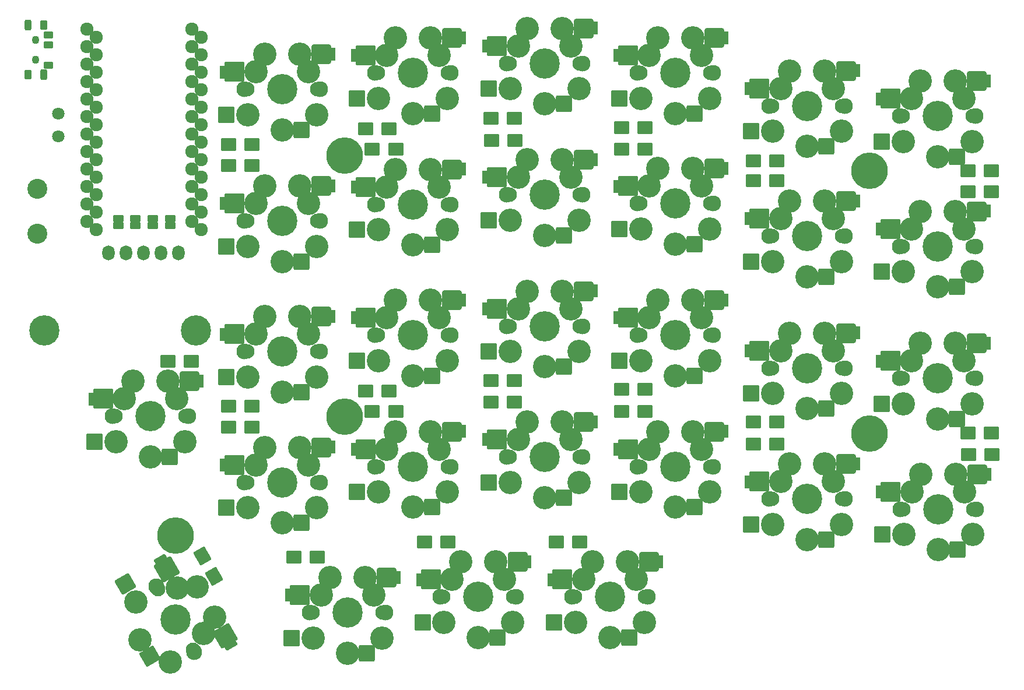
<source format=gbs>
G04 #@! TF.GenerationSoftware,KiCad,Pcbnew,8.0.5*
G04 #@! TF.CreationDate,2024-10-03T23:55:07-04:00*
G04 #@! TF.ProjectId,Lily58_Pro,4c696c79-3538-45f5-9072-6f2e6b696361,rev?*
G04 #@! TF.SameCoordinates,Original*
G04 #@! TF.FileFunction,Soldermask,Bot*
G04 #@! TF.FilePolarity,Negative*
%FSLAX46Y46*%
G04 Gerber Fmt 4.6, Leading zero omitted, Abs format (unit mm)*
G04 Created by KiCad (PCBNEW 8.0.5) date 2024-10-03 23:55:07*
%MOMM*%
%LPD*%
G01*
G04 APERTURE LIST*
G04 Aperture macros list*
%AMRoundRect*
0 Rectangle with rounded corners*
0 $1 Rounding radius*
0 $2 $3 $4 $5 $6 $7 $8 $9 X,Y pos of 4 corners*
0 Add a 4 corners polygon primitive as box body*
4,1,4,$2,$3,$4,$5,$6,$7,$8,$9,$2,$3,0*
0 Add four circle primitives for the rounded corners*
1,1,$1+$1,$2,$3*
1,1,$1+$1,$4,$5*
1,1,$1+$1,$6,$7*
1,1,$1+$1,$8,$9*
0 Add four rect primitives between the rounded corners*
20,1,$1+$1,$2,$3,$4,$5,0*
20,1,$1+$1,$4,$5,$6,$7,0*
20,1,$1+$1,$6,$7,$8,$9,0*
20,1,$1+$1,$8,$9,$2,$3,0*%
G04 Aperture macros list end*
%ADD10C,5.300000*%
%ADD11C,1.924000*%
%ADD12C,2.900000*%
%ADD13RoundRect,0.200000X-0.900000X-0.750000X0.900000X-0.750000X0.900000X0.750000X-0.900000X0.750000X0*%
%ADD14RoundRect,0.200000X-1.099519X0.404423X-0.199519X-1.154423X1.099519X-0.404423X0.199519X1.154423X0*%
%ADD15C,2.300000*%
%ADD16C,2.100000*%
%ADD17C,3.400000*%
%ADD18C,0.500000*%
%ADD19C,4.400000*%
%ADD20RoundRect,0.200000X-0.350000X-0.750000X0.350000X-0.750000X0.350000X0.750000X-0.350000X0.750000X0*%
%ADD21RoundRect,0.200000X1.000000X1.000000X-1.000000X1.000000X-1.000000X-1.000000X1.000000X-1.000000X0*%
%ADD22RoundRect,0.200000X1.250000X1.250000X-1.250000X1.250000X-1.250000X-1.250000X1.250000X-1.250000X0*%
%ADD23RoundRect,0.200000X0.950000X1.000000X-0.950000X1.000000X-0.950000X-1.000000X0.950000X-1.000000X0*%
%ADD24RoundRect,0.200000X1.200000X1.200000X-1.200000X1.200000X-1.200000X-1.200000X1.200000X-1.200000X0*%
%ADD25RoundRect,0.200000X-0.824519X-0.071891X-0.474519X-0.678109X0.824519X0.071891X0.474519X0.678109X0*%
%ADD26RoundRect,0.200000X1.366025X-0.366025X0.366025X1.366025X-1.366025X0.366025X-0.366025X-1.366025X0*%
%ADD27RoundRect,0.200000X1.707532X-0.457532X0.457532X1.707532X-1.707532X0.457532X-0.457532X-1.707532X0*%
%ADD28RoundRect,0.200000X1.341025X-0.322724X0.391025X1.322724X-1.341025X0.322724X-0.391025X-1.322724X0*%
%ADD29RoundRect,0.200000X1.639230X-0.439230X0.439230X1.639230X-1.639230X0.439230X-0.439230X-1.639230X0*%
%ADD30C,1.797000*%
%ADD31O,1.797000X2.178000*%
%ADD32C,1.100000*%
%ADD33RoundRect,0.200000X-0.300000X0.550000X-0.300000X-0.550000X0.300000X-0.550000X0.300000X0.550000X0*%
%ADD34RoundRect,0.200000X-0.300000X0.500000X-0.300000X-0.500000X0.300000X-0.500000X0.300000X0.500000X0*%
%ADD35RoundRect,0.200000X0.500000X0.300000X-0.500000X0.300000X-0.500000X-0.300000X0.500000X-0.300000X0*%
%ADD36RoundRect,0.200000X0.571500X-0.317500X0.571500X0.317500X-0.571500X0.317500X-0.571500X-0.317500X0*%
G04 APERTURE END LIST*
D10*
G04 #@! TO.C,TH3*
X129600000Y-59600000D03*
G04 #@! TD*
G04 #@! TO.C,TH4*
X205800000Y-61800000D03*
G04 #@! TD*
G04 #@! TO.C,TH5*
X129600000Y-97600000D03*
G04 #@! TD*
G04 #@! TO.C,TH6*
X205800000Y-100000000D03*
G04 #@! TD*
G04 #@! TO.C,TH7*
X105000000Y-114800000D03*
G04 #@! TD*
D11*
G04 #@! TO.C,U1*
X92180000Y-41230000D03*
X108718815Y-42425745D03*
X92180000Y-43770000D03*
X108718815Y-44965745D03*
X92180000Y-46310000D03*
X108718815Y-47505745D03*
X92180000Y-48850000D03*
X108718815Y-50045745D03*
X92180000Y-51390000D03*
X108718815Y-52585745D03*
X92180000Y-53930000D03*
X108718815Y-55125745D03*
X92180000Y-56470000D03*
X108718815Y-57665745D03*
X92180000Y-59010000D03*
X108718815Y-60205745D03*
X92180000Y-61550000D03*
X108718815Y-62745745D03*
X92180000Y-64090000D03*
X108718815Y-65285745D03*
X92180000Y-66630000D03*
X108718815Y-67825745D03*
X92180000Y-69170000D03*
X108718815Y-70365745D03*
X93478815Y-70365745D03*
X107420000Y-69170000D03*
X93478815Y-67825745D03*
X107420000Y-66630000D03*
X93478815Y-65285745D03*
X107420000Y-64090000D03*
X93478815Y-62745745D03*
X107420000Y-61550000D03*
X93478815Y-60205745D03*
X107420000Y-59010000D03*
X93478815Y-57665745D03*
X107420000Y-56470000D03*
X93478815Y-55125745D03*
X107420000Y-53930000D03*
X93478815Y-52585745D03*
X107420000Y-51390000D03*
X93478815Y-50045745D03*
X107420000Y-48850000D03*
X93478815Y-47505745D03*
X107420000Y-46310000D03*
X93478815Y-44965745D03*
X107420000Y-43770000D03*
X93478815Y-42425745D03*
X107420000Y-41230000D03*
G04 #@! TD*
D12*
G04 #@! TO.C,RSW1*
X85000000Y-70950000D03*
X85000000Y-64450000D03*
G04 #@! TD*
D13*
G04 #@! TO.C,D1*
X112700000Y-58000000D03*
X116100000Y-58000000D03*
G04 #@! TD*
G04 #@! TO.C,D2*
X132600000Y-55700000D03*
X136000000Y-55700000D03*
G04 #@! TD*
G04 #@! TO.C,D3*
X150800000Y-54200000D03*
X154200000Y-54200000D03*
G04 #@! TD*
G04 #@! TO.C,D4*
X169800000Y-55600000D03*
X173200000Y-55600000D03*
G04 #@! TD*
G04 #@! TO.C,D5*
X188900000Y-60400000D03*
X192300000Y-60400000D03*
G04 #@! TD*
G04 #@! TO.C,D6*
X220100000Y-61800000D03*
X223500000Y-61800000D03*
G04 #@! TD*
G04 #@! TO.C,D7*
X112700000Y-61100000D03*
X116100000Y-61100000D03*
G04 #@! TD*
G04 #@! TO.C,D8*
X133600000Y-58700000D03*
X137000000Y-58700000D03*
G04 #@! TD*
G04 #@! TO.C,D9*
X150900000Y-57400000D03*
X154300000Y-57400000D03*
G04 #@! TD*
G04 #@! TO.C,D10*
X169800000Y-58700000D03*
X173200000Y-58700000D03*
G04 #@! TD*
G04 #@! TO.C,D11*
X188900000Y-63300000D03*
X192300000Y-63300000D03*
G04 #@! TD*
G04 #@! TO.C,D12*
X220100000Y-64900000D03*
X223500000Y-64900000D03*
G04 #@! TD*
G04 #@! TO.C,D13*
X112700000Y-96000000D03*
X116100000Y-96000000D03*
G04 #@! TD*
G04 #@! TO.C,D14*
X132600000Y-93800000D03*
X136000000Y-93800000D03*
G04 #@! TD*
G04 #@! TO.C,D15*
X150800000Y-92300000D03*
X154200000Y-92300000D03*
G04 #@! TD*
G04 #@! TO.C,D16*
X169800000Y-93600000D03*
X173200000Y-93600000D03*
G04 #@! TD*
G04 #@! TO.C,D17*
X188900000Y-98300000D03*
X192300000Y-98300000D03*
G04 #@! TD*
G04 #@! TO.C,D18*
X220100000Y-99900000D03*
X223500000Y-99900000D03*
G04 #@! TD*
G04 #@! TO.C,D19*
X112700000Y-99100000D03*
X116100000Y-99100000D03*
G04 #@! TD*
G04 #@! TO.C,D20*
X133600000Y-96800000D03*
X137000000Y-96800000D03*
G04 #@! TD*
G04 #@! TO.C,D21*
X150800000Y-95400000D03*
X154200000Y-95400000D03*
G04 #@! TD*
G04 #@! TO.C,D22*
X169800000Y-96800000D03*
X173200000Y-96800000D03*
G04 #@! TD*
G04 #@! TO.C,D23*
X188900000Y-101500000D03*
X192300000Y-101500000D03*
G04 #@! TD*
G04 #@! TO.C,D24*
X220200000Y-103100000D03*
X223600000Y-103100000D03*
G04 #@! TD*
G04 #@! TO.C,D25*
X103900000Y-89500000D03*
X107300000Y-89500000D03*
G04 #@! TD*
D14*
G04 #@! TO.C,D26*
X108950000Y-117827757D03*
X110650000Y-120772243D03*
G04 #@! TD*
D13*
G04 #@! TO.C,D27*
X122200000Y-118000000D03*
X125600000Y-118000000D03*
G04 #@! TD*
G04 #@! TO.C,D28*
X141200000Y-115800000D03*
X144600000Y-115800000D03*
G04 #@! TD*
G04 #@! TO.C,D29*
X160300000Y-115800000D03*
X163700000Y-115800000D03*
G04 #@! TD*
D15*
G04 #@! TO.C,SW1*
X115000000Y-50000000D03*
D16*
X115420000Y-50000000D03*
D17*
X115500000Y-53700000D03*
D18*
X116675000Y-47420000D03*
D17*
X116690000Y-47459999D03*
X117960000Y-44920000D03*
D19*
X120500000Y-50000000D03*
D17*
X120500000Y-55900000D03*
X123040000Y-44920000D03*
X124310000Y-47460000D03*
X124310000Y-47460000D03*
D18*
X124325000Y-47420000D03*
D17*
X125500000Y-53700000D03*
D16*
X125580000Y-50000000D03*
D15*
X126000000Y-50000000D03*
D20*
X112000000Y-47500000D03*
D21*
X112400000Y-53700000D03*
D22*
X113600000Y-47460000D03*
D23*
X123300000Y-55900000D03*
D24*
X126200000Y-44920000D03*
D20*
X127700000Y-44900000D03*
G04 #@! TD*
D15*
G04 #@! TO.C,SW2*
X134000000Y-47600000D03*
D16*
X134420000Y-47600000D03*
D17*
X134500000Y-51300000D03*
D18*
X135675000Y-45020000D03*
D17*
X135690000Y-45059999D03*
X136960000Y-42520000D03*
D19*
X139500000Y-47600000D03*
D17*
X139500000Y-53500000D03*
X142040000Y-42520000D03*
X143310000Y-45060000D03*
X143310000Y-45060000D03*
D18*
X143325000Y-45020000D03*
D17*
X144500000Y-51300000D03*
D16*
X144580000Y-47600000D03*
D15*
X145000000Y-47600000D03*
D20*
X131000000Y-45100000D03*
D21*
X131400000Y-51300000D03*
D22*
X132600000Y-45060000D03*
D23*
X142300000Y-53500000D03*
D24*
X145200000Y-42520000D03*
D20*
X146700000Y-42500000D03*
G04 #@! TD*
D15*
G04 #@! TO.C,SW3*
X153100000Y-46210000D03*
D16*
X153520000Y-46210000D03*
D17*
X153600000Y-49910000D03*
D18*
X154775000Y-43630000D03*
D17*
X154790000Y-43669999D03*
X156060000Y-41130000D03*
D19*
X158600000Y-46210000D03*
D17*
X158600000Y-52110000D03*
X161140000Y-41130000D03*
X162410000Y-43670000D03*
X162410000Y-43670000D03*
D18*
X162425000Y-43630000D03*
D17*
X163600000Y-49910000D03*
D16*
X163680000Y-46210000D03*
D15*
X164100000Y-46210000D03*
D20*
X150100000Y-43710000D03*
D21*
X150500000Y-49910000D03*
D22*
X151700000Y-43670000D03*
D23*
X161400000Y-52110000D03*
D24*
X164300000Y-41130000D03*
D20*
X165800000Y-41110000D03*
G04 #@! TD*
D15*
G04 #@! TO.C,SW4*
X172100000Y-47600000D03*
D16*
X172520000Y-47600000D03*
D17*
X172600000Y-51300000D03*
D18*
X173775000Y-45020000D03*
D17*
X173790000Y-45059999D03*
X175060000Y-42520000D03*
D19*
X177600000Y-47600000D03*
D17*
X177600000Y-53500000D03*
X180140000Y-42520000D03*
X181410000Y-45060000D03*
X181410000Y-45060000D03*
D18*
X181425000Y-45020000D03*
D17*
X182600000Y-51300000D03*
D16*
X182680000Y-47600000D03*
D15*
X183100000Y-47600000D03*
D20*
X169100000Y-45100000D03*
D21*
X169500000Y-51300000D03*
D22*
X170700000Y-45060000D03*
D23*
X180400000Y-53500000D03*
D24*
X183300000Y-42520000D03*
D20*
X184800000Y-42500000D03*
G04 #@! TD*
D15*
G04 #@! TO.C,SW5*
X191200000Y-52400000D03*
D16*
X191620000Y-52400000D03*
D17*
X191700000Y-56100000D03*
D18*
X192875000Y-49820000D03*
D17*
X192890000Y-49859999D03*
X194160000Y-47320000D03*
D19*
X196700000Y-52400000D03*
D17*
X196700000Y-58300000D03*
X199240000Y-47320000D03*
X200510000Y-49860000D03*
X200510000Y-49860000D03*
D18*
X200525000Y-49820000D03*
D17*
X201700000Y-56100000D03*
D16*
X201780000Y-52400000D03*
D15*
X202200000Y-52400000D03*
D20*
X188200000Y-49900000D03*
D21*
X188600000Y-56100000D03*
D22*
X189800000Y-49860000D03*
D23*
X199500000Y-58300000D03*
D24*
X202400000Y-47320000D03*
D20*
X203900000Y-47300000D03*
G04 #@! TD*
D15*
G04 #@! TO.C,SW6*
X210200000Y-53900000D03*
D16*
X210620000Y-53900000D03*
D17*
X210700000Y-57600000D03*
D18*
X211875000Y-51320000D03*
D17*
X211890000Y-51359999D03*
X213160000Y-48820000D03*
D19*
X215700000Y-53900000D03*
D17*
X215700000Y-59800000D03*
X218240000Y-48820000D03*
X219510000Y-51360000D03*
X219510000Y-51360000D03*
D18*
X219525000Y-51320000D03*
D17*
X220700000Y-57600000D03*
D16*
X220780000Y-53900000D03*
D15*
X221200000Y-53900000D03*
D20*
X207200000Y-51400000D03*
D21*
X207600000Y-57600000D03*
D22*
X208800000Y-51360000D03*
D23*
X218500000Y-59800000D03*
D24*
X221400000Y-48820000D03*
D20*
X222900000Y-48800000D03*
G04 #@! TD*
D15*
G04 #@! TO.C,SW7*
X115000000Y-69100000D03*
D16*
X115420000Y-69100000D03*
D17*
X115500000Y-72800000D03*
D18*
X116675000Y-66520000D03*
D17*
X116690000Y-66559999D03*
X117960000Y-64020000D03*
D19*
X120500000Y-69100000D03*
D17*
X120500000Y-75000000D03*
X123040000Y-64020000D03*
X124310000Y-66560000D03*
X124310000Y-66560000D03*
D18*
X124325000Y-66520000D03*
D17*
X125500000Y-72800000D03*
D16*
X125580000Y-69100000D03*
D15*
X126000000Y-69100000D03*
D20*
X112000000Y-66600000D03*
D21*
X112400000Y-72800000D03*
D22*
X113600000Y-66560000D03*
D23*
X123300000Y-75000000D03*
D24*
X126200000Y-64020000D03*
D20*
X127700000Y-64000000D03*
G04 #@! TD*
D15*
G04 #@! TO.C,SW8*
X134000000Y-66700000D03*
D16*
X134420000Y-66700000D03*
D17*
X134500000Y-70400000D03*
D18*
X135675000Y-64120000D03*
D17*
X135690000Y-64159999D03*
X136960000Y-61620000D03*
D19*
X139500000Y-66700000D03*
D17*
X139500000Y-72600000D03*
X142040000Y-61620000D03*
X143310000Y-64160000D03*
X143310000Y-64160000D03*
D18*
X143325000Y-64120000D03*
D17*
X144500000Y-70400000D03*
D16*
X144580000Y-66700000D03*
D15*
X145000000Y-66700000D03*
D20*
X131000000Y-64200000D03*
D21*
X131400000Y-70400000D03*
D22*
X132600000Y-64160000D03*
D23*
X142300000Y-72600000D03*
D24*
X145200000Y-61620000D03*
D20*
X146700000Y-61600000D03*
G04 #@! TD*
D15*
G04 #@! TO.C,SW9*
X153100000Y-65300000D03*
D16*
X153520000Y-65300000D03*
D17*
X153600000Y-69000000D03*
D18*
X154775000Y-62720000D03*
D17*
X154790000Y-62759999D03*
X156060000Y-60220000D03*
D19*
X158600000Y-65300000D03*
D17*
X158600000Y-71200000D03*
X161140000Y-60220000D03*
X162410000Y-62760000D03*
X162410000Y-62760000D03*
D18*
X162425000Y-62720000D03*
D17*
X163600000Y-69000000D03*
D16*
X163680000Y-65300000D03*
D15*
X164100000Y-65300000D03*
D20*
X150100000Y-62800000D03*
D21*
X150500000Y-69000000D03*
D22*
X151700000Y-62760000D03*
D23*
X161400000Y-71200000D03*
D24*
X164300000Y-60220000D03*
D20*
X165800000Y-60200000D03*
G04 #@! TD*
D15*
G04 #@! TO.C,SW10*
X172100000Y-66600000D03*
D16*
X172520000Y-66600000D03*
D17*
X172600000Y-70300000D03*
D18*
X173775000Y-64020000D03*
D17*
X173790000Y-64059999D03*
X175060000Y-61520000D03*
D19*
X177600000Y-66600000D03*
D17*
X177600000Y-72500000D03*
X180140000Y-61520000D03*
X181410000Y-64060000D03*
X181410000Y-64060000D03*
D18*
X181425000Y-64020000D03*
D17*
X182600000Y-70300000D03*
D16*
X182680000Y-66600000D03*
D15*
X183100000Y-66600000D03*
D20*
X169100000Y-64100000D03*
D21*
X169500000Y-70300000D03*
D22*
X170700000Y-64060000D03*
D23*
X180400000Y-72500000D03*
D24*
X183300000Y-61520000D03*
D20*
X184800000Y-61500000D03*
G04 #@! TD*
D15*
G04 #@! TO.C,SW11*
X191200000Y-71300000D03*
D16*
X191620000Y-71300000D03*
D17*
X191700000Y-75000000D03*
D18*
X192875000Y-68720000D03*
D17*
X192890000Y-68759999D03*
X194160000Y-66220000D03*
D19*
X196700000Y-71300000D03*
D17*
X196700000Y-77200000D03*
X199240000Y-66220000D03*
X200510000Y-68760000D03*
X200510000Y-68760000D03*
D18*
X200525000Y-68720000D03*
D17*
X201700000Y-75000000D03*
D16*
X201780000Y-71300000D03*
D15*
X202200000Y-71300000D03*
D20*
X188200000Y-68800000D03*
D21*
X188600000Y-75000000D03*
D22*
X189800000Y-68760000D03*
D23*
X199500000Y-77200000D03*
D24*
X202400000Y-66220000D03*
D20*
X203900000Y-66200000D03*
G04 #@! TD*
D15*
G04 #@! TO.C,SW12*
X210200000Y-72800000D03*
D16*
X210620000Y-72800000D03*
D17*
X210700000Y-76500000D03*
D18*
X211875000Y-70220000D03*
D17*
X211890000Y-70259999D03*
X213160000Y-67720000D03*
D19*
X215700000Y-72800000D03*
D17*
X215700000Y-78700000D03*
X218240000Y-67720000D03*
X219510000Y-70260000D03*
X219510000Y-70260000D03*
D18*
X219525000Y-70220000D03*
D17*
X220700000Y-76500000D03*
D16*
X220780000Y-72800000D03*
D15*
X221200000Y-72800000D03*
D20*
X207200000Y-70300000D03*
D21*
X207600000Y-76500000D03*
D22*
X208800000Y-70260000D03*
D23*
X218500000Y-78700000D03*
D24*
X221400000Y-67720000D03*
D20*
X222900000Y-67700000D03*
G04 #@! TD*
D15*
G04 #@! TO.C,SW13*
X115000000Y-88100000D03*
D16*
X115420000Y-88100000D03*
D17*
X115500000Y-91800000D03*
D18*
X116675000Y-85520000D03*
D17*
X116690000Y-85559999D03*
X117960000Y-83020000D03*
D19*
X120500000Y-88100000D03*
D17*
X120500000Y-94000000D03*
X123040000Y-83020000D03*
X124310000Y-85560000D03*
X124310000Y-85560000D03*
D18*
X124325000Y-85520000D03*
D17*
X125500000Y-91800000D03*
D16*
X125580000Y-88100000D03*
D15*
X126000000Y-88100000D03*
D20*
X112000000Y-85600000D03*
D21*
X112400000Y-91800000D03*
D22*
X113600000Y-85560000D03*
D23*
X123300000Y-94000000D03*
D24*
X126200000Y-83020000D03*
D20*
X127700000Y-83000000D03*
G04 #@! TD*
D15*
G04 #@! TO.C,SW14*
X134000000Y-85700000D03*
D16*
X134420000Y-85700000D03*
D17*
X134500000Y-89400000D03*
D18*
X135675000Y-83120000D03*
D17*
X135690000Y-83159999D03*
X136960000Y-80620000D03*
D19*
X139500000Y-85700000D03*
D17*
X139500000Y-91600000D03*
X142040000Y-80620000D03*
X143310000Y-83160000D03*
X143310000Y-83160000D03*
D18*
X143325000Y-83120000D03*
D17*
X144500000Y-89400000D03*
D16*
X144580000Y-85700000D03*
D15*
X145000000Y-85700000D03*
D20*
X131000000Y-83200000D03*
D21*
X131400000Y-89400000D03*
D22*
X132600000Y-83160000D03*
D23*
X142300000Y-91600000D03*
D24*
X145200000Y-80620000D03*
D20*
X146700000Y-80600000D03*
G04 #@! TD*
D15*
G04 #@! TO.C,SW15*
X153100000Y-84400000D03*
D16*
X153520000Y-84400000D03*
D17*
X153600000Y-88100000D03*
D18*
X154775000Y-81820000D03*
D17*
X154790000Y-81859999D03*
X156060000Y-79320000D03*
D19*
X158600000Y-84400000D03*
D17*
X158600000Y-90300000D03*
X161140000Y-79320000D03*
X162410000Y-81860000D03*
X162410000Y-81860000D03*
D18*
X162425000Y-81820000D03*
D17*
X163600000Y-88100000D03*
D16*
X163680000Y-84400000D03*
D15*
X164100000Y-84400000D03*
D20*
X150100000Y-81900000D03*
D21*
X150500000Y-88100000D03*
D22*
X151700000Y-81860000D03*
D23*
X161400000Y-90300000D03*
D24*
X164300000Y-79320000D03*
D20*
X165800000Y-79300000D03*
G04 #@! TD*
D15*
G04 #@! TO.C,SW16*
X172100000Y-85700000D03*
D16*
X172520000Y-85700000D03*
D17*
X172600000Y-89400000D03*
D18*
X173775000Y-83120000D03*
D17*
X173790000Y-83159999D03*
X175060000Y-80620000D03*
D19*
X177600000Y-85700000D03*
D17*
X177600000Y-91600000D03*
X180140000Y-80620000D03*
X181410000Y-83160000D03*
X181410000Y-83160000D03*
D18*
X181425000Y-83120000D03*
D17*
X182600000Y-89400000D03*
D16*
X182680000Y-85700000D03*
D15*
X183100000Y-85700000D03*
D20*
X169100000Y-83200000D03*
D21*
X169500000Y-89400000D03*
D22*
X170700000Y-83160000D03*
D23*
X180400000Y-91600000D03*
D24*
X183300000Y-80620000D03*
D20*
X184800000Y-80600000D03*
G04 #@! TD*
D15*
G04 #@! TO.C,SW17*
X191200000Y-90500000D03*
D16*
X191620000Y-90500000D03*
D17*
X191700000Y-94200000D03*
D18*
X192875000Y-87920000D03*
D17*
X192890000Y-87959999D03*
X194160000Y-85420000D03*
D19*
X196700000Y-90500000D03*
D17*
X196700000Y-96400000D03*
X199240000Y-85420000D03*
X200510000Y-87960000D03*
X200510000Y-87960000D03*
D18*
X200525000Y-87920000D03*
D17*
X201700000Y-94200000D03*
D16*
X201780000Y-90500000D03*
D15*
X202200000Y-90500000D03*
D20*
X188200000Y-88000000D03*
D21*
X188600000Y-94200000D03*
D22*
X189800000Y-87960000D03*
D23*
X199500000Y-96400000D03*
D24*
X202400000Y-85420000D03*
D20*
X203900000Y-85400000D03*
G04 #@! TD*
D15*
G04 #@! TO.C,SW18*
X210200000Y-92000000D03*
D16*
X210620000Y-92000000D03*
D17*
X210700000Y-95700000D03*
D18*
X211875000Y-89420000D03*
D17*
X211890000Y-89459999D03*
X213160000Y-86920000D03*
D19*
X215700000Y-92000000D03*
D17*
X215700000Y-97900000D03*
X218240000Y-86920000D03*
X219510000Y-89460000D03*
X219510000Y-89460000D03*
D18*
X219525000Y-89420000D03*
D17*
X220700000Y-95700000D03*
D16*
X220780000Y-92000000D03*
D15*
X221200000Y-92000000D03*
D20*
X207200000Y-89500000D03*
D21*
X207600000Y-95700000D03*
D22*
X208800000Y-89460000D03*
D23*
X218500000Y-97900000D03*
D24*
X221400000Y-86920000D03*
D20*
X222900000Y-86900000D03*
G04 #@! TD*
D15*
G04 #@! TO.C,SW19*
X115000000Y-107100000D03*
D16*
X115420000Y-107100000D03*
D17*
X115500000Y-110800000D03*
D18*
X116675000Y-104520000D03*
D17*
X116690000Y-104559999D03*
X117960000Y-102020000D03*
D19*
X120500000Y-107100000D03*
D17*
X120500000Y-113000000D03*
X123040000Y-102020000D03*
X124310000Y-104560000D03*
X124310000Y-104560000D03*
D18*
X124325000Y-104520000D03*
D17*
X125500000Y-110800000D03*
D16*
X125580000Y-107100000D03*
D15*
X126000000Y-107100000D03*
D20*
X112000000Y-104600000D03*
D21*
X112400000Y-110800000D03*
D22*
X113600000Y-104560000D03*
D23*
X123300000Y-113000000D03*
D24*
X126200000Y-102020000D03*
D20*
X127700000Y-102000000D03*
G04 #@! TD*
D15*
G04 #@! TO.C,SW20*
X134000000Y-104800000D03*
D16*
X134420000Y-104800000D03*
D17*
X134500000Y-108500000D03*
D18*
X135675000Y-102220000D03*
D17*
X135690000Y-102259999D03*
X136960000Y-99720000D03*
D19*
X139500000Y-104800000D03*
D17*
X139500000Y-110700000D03*
X142040000Y-99720000D03*
X143310000Y-102260000D03*
X143310000Y-102260000D03*
D18*
X143325000Y-102220000D03*
D17*
X144500000Y-108500000D03*
D16*
X144580000Y-104800000D03*
D15*
X145000000Y-104800000D03*
D20*
X131000000Y-102300000D03*
D21*
X131400000Y-108500000D03*
D22*
X132600000Y-102260000D03*
D23*
X142300000Y-110700000D03*
D24*
X145200000Y-99720000D03*
D20*
X146700000Y-99700000D03*
G04 #@! TD*
D15*
G04 #@! TO.C,SW21*
X153100000Y-103400000D03*
D16*
X153520000Y-103400000D03*
D17*
X153600000Y-107100000D03*
D18*
X154775000Y-100820000D03*
D17*
X154790000Y-100859999D03*
X156060000Y-98320000D03*
D19*
X158600000Y-103400000D03*
D17*
X158600000Y-109300000D03*
X161140000Y-98320000D03*
X162410000Y-100860000D03*
X162410000Y-100860000D03*
D18*
X162425000Y-100820000D03*
D17*
X163600000Y-107100000D03*
D16*
X163680000Y-103400000D03*
D15*
X164100000Y-103400000D03*
D20*
X150100000Y-100900000D03*
D21*
X150500000Y-107100000D03*
D22*
X151700000Y-100860000D03*
D23*
X161400000Y-109300000D03*
D24*
X164300000Y-98320000D03*
D20*
X165800000Y-98300000D03*
G04 #@! TD*
D15*
G04 #@! TO.C,SW22*
X172100000Y-104800000D03*
D16*
X172520000Y-104800000D03*
D17*
X172600000Y-108500000D03*
D18*
X173775000Y-102220000D03*
D17*
X173790000Y-102259999D03*
X175060000Y-99720000D03*
D19*
X177600000Y-104800000D03*
D17*
X177600000Y-110700000D03*
X180140000Y-99720000D03*
X181410000Y-102260000D03*
X181410000Y-102260000D03*
D18*
X181425000Y-102220000D03*
D17*
X182600000Y-108500000D03*
D16*
X182680000Y-104800000D03*
D15*
X183100000Y-104800000D03*
D20*
X169100000Y-102300000D03*
D21*
X169500000Y-108500000D03*
D22*
X170700000Y-102260000D03*
D23*
X180400000Y-110700000D03*
D24*
X183300000Y-99720000D03*
D20*
X184800000Y-99700000D03*
G04 #@! TD*
D15*
G04 #@! TO.C,SW23*
X191200000Y-109500000D03*
D16*
X191620000Y-109500000D03*
D17*
X191700000Y-113200000D03*
D18*
X192875000Y-106920000D03*
D17*
X192890000Y-106959999D03*
X194160000Y-104420000D03*
D19*
X196700000Y-109500000D03*
D17*
X196700000Y-115400000D03*
X199240000Y-104420000D03*
X200510000Y-106960000D03*
X200510000Y-106960000D03*
D18*
X200525000Y-106920000D03*
D17*
X201700000Y-113200000D03*
D16*
X201780000Y-109500000D03*
D15*
X202200000Y-109500000D03*
D20*
X188200000Y-107000000D03*
D21*
X188600000Y-113200000D03*
D22*
X189800000Y-106960000D03*
D23*
X199500000Y-115400000D03*
D24*
X202400000Y-104420000D03*
D20*
X203900000Y-104400000D03*
G04 #@! TD*
D15*
G04 #@! TO.C,SW24*
X210250000Y-111000000D03*
D16*
X210670000Y-111000000D03*
D17*
X210750000Y-114700000D03*
D18*
X211925000Y-108420000D03*
D17*
X211940000Y-108459999D03*
X213210000Y-105920000D03*
D19*
X215750000Y-111000000D03*
D17*
X215750000Y-116900000D03*
X218290000Y-105920000D03*
X219560000Y-108460000D03*
X219560000Y-108460000D03*
D18*
X219575000Y-108420000D03*
D17*
X220750000Y-114700000D03*
D16*
X220830000Y-111000000D03*
D15*
X221250000Y-111000000D03*
D20*
X207250000Y-108500000D03*
D21*
X207650000Y-114700000D03*
D22*
X208850000Y-108460000D03*
D23*
X218550000Y-116900000D03*
D24*
X221450000Y-105920000D03*
D20*
X222950000Y-105900000D03*
G04 #@! TD*
D15*
G04 #@! TO.C,SW25*
X95900000Y-97500000D03*
D16*
X96320000Y-97500000D03*
D17*
X96400000Y-101200000D03*
D18*
X97575000Y-94920000D03*
D17*
X97590000Y-94959999D03*
X98860000Y-92420000D03*
D19*
X101400000Y-97500000D03*
D17*
X101400000Y-103400000D03*
X103940000Y-92420000D03*
X105210000Y-94960000D03*
X105210000Y-94960000D03*
D18*
X105225000Y-94920000D03*
D17*
X106400000Y-101200000D03*
D16*
X106480000Y-97500000D03*
D15*
X106900000Y-97500000D03*
D20*
X92900000Y-95000000D03*
D21*
X93300000Y-101200000D03*
D22*
X94500000Y-94960000D03*
D23*
X104200000Y-103400000D03*
D24*
X107100000Y-92420000D03*
D20*
X108600000Y-92400000D03*
G04 #@! TD*
D15*
G04 #@! TO.C,SW26*
X102250000Y-122236860D03*
D16*
X102460000Y-122600591D03*
D17*
X99295706Y-124519873D03*
D18*
X105321846Y-122397453D03*
D17*
X105294705Y-122430443D03*
X108129409Y-122260295D03*
D19*
X105000000Y-127000000D03*
D17*
X99890450Y-129950000D03*
X110669409Y-126659705D03*
X109104705Y-129029557D03*
X109104705Y-129029557D03*
D18*
X109146846Y-129022547D03*
D17*
X104295706Y-133180127D03*
D16*
X107540000Y-131399409D03*
D15*
X107750000Y-131763140D03*
D25*
X102915064Y-118388784D03*
D26*
X97745706Y-121835194D03*
D27*
X103749705Y-119754425D03*
D28*
X101290450Y-132374871D03*
D29*
X112249409Y-129396345D03*
D25*
X113016730Y-130685383D03*
G04 #@! TD*
D15*
G04 #@! TO.C,SW27*
X124500000Y-126000000D03*
D16*
X124920000Y-126000000D03*
D17*
X125000000Y-129700000D03*
D18*
X126175000Y-123420000D03*
D17*
X126190000Y-123459999D03*
X127460000Y-120920000D03*
D19*
X130000000Y-126000000D03*
D17*
X130000000Y-131900000D03*
X132540000Y-120920000D03*
X133810000Y-123460000D03*
X133810000Y-123460000D03*
D18*
X133825000Y-123420000D03*
D17*
X135000000Y-129700000D03*
D16*
X135080000Y-126000000D03*
D15*
X135500000Y-126000000D03*
D20*
X121500000Y-123500000D03*
D21*
X121900000Y-129700000D03*
D22*
X123100000Y-123460000D03*
D23*
X132800000Y-131900000D03*
D24*
X135700000Y-120920000D03*
D20*
X137200000Y-120900000D03*
G04 #@! TD*
D15*
G04 #@! TO.C,SW28*
X143500000Y-123750000D03*
D16*
X143920000Y-123750000D03*
D17*
X144000000Y-127450000D03*
D18*
X145175000Y-121170000D03*
D17*
X145190000Y-121209999D03*
X146460000Y-118670000D03*
D19*
X149000000Y-123750000D03*
D17*
X149000000Y-129650000D03*
X151540000Y-118670000D03*
X152810000Y-121210000D03*
X152810000Y-121210000D03*
D18*
X152825000Y-121170000D03*
D17*
X154000000Y-127450000D03*
D16*
X154080000Y-123750000D03*
D15*
X154500000Y-123750000D03*
D20*
X140500000Y-121250000D03*
D21*
X140900000Y-127450000D03*
D22*
X142100000Y-121210000D03*
D23*
X151800000Y-129650000D03*
D24*
X154700000Y-118670000D03*
D20*
X156200000Y-118650000D03*
G04 #@! TD*
D15*
G04 #@! TO.C,SW29*
X162600000Y-123750000D03*
D16*
X163020000Y-123750000D03*
D17*
X163100000Y-127450000D03*
D18*
X164275000Y-121170000D03*
D17*
X164290000Y-121209999D03*
X165560000Y-118670000D03*
D19*
X168100000Y-123750000D03*
D17*
X168100000Y-129650000D03*
X170640000Y-118670000D03*
X171910000Y-121210000D03*
X171910000Y-121210000D03*
D18*
X171925000Y-121170000D03*
D17*
X173100000Y-127450000D03*
D16*
X173180000Y-123750000D03*
D15*
X173600000Y-123750000D03*
D20*
X159600000Y-121250000D03*
D21*
X160000000Y-127450000D03*
D22*
X161200000Y-121210000D03*
D23*
X170900000Y-129650000D03*
D24*
X173800000Y-118670000D03*
D20*
X175300000Y-118650000D03*
G04 #@! TD*
D19*
G04 #@! TO.C,TH1*
X86000000Y-85000000D03*
G04 #@! TD*
G04 #@! TO.C,TH2*
X108000000Y-85000000D03*
G04 #@! TD*
D30*
G04 #@! TO.C,BT-*
X87975000Y-56875000D03*
G04 #@! TD*
D31*
G04 #@! TO.C,Display1*
X95325000Y-73775000D03*
X97865000Y-73775000D03*
X100405000Y-73775000D03*
X102945000Y-73775000D03*
X105485000Y-73775000D03*
G04 #@! TD*
D32*
G04 #@! TO.C,PWSW2*
X84732000Y-42775000D03*
X84732000Y-45675000D03*
G04 #@! TD*
D30*
G04 #@! TO.C,BT+*
X87975000Y-53525000D03*
G04 #@! TD*
D33*
G04 #@! TO.C,PWSW1*
X83589000Y-40675000D03*
D34*
X83589000Y-47875000D03*
D32*
X84732000Y-42825000D03*
X84732000Y-45725000D03*
D34*
X85875000Y-40675000D03*
D33*
X85875000Y-47875000D03*
D35*
X86582000Y-46475000D03*
X86582000Y-43575000D03*
X86582000Y-42075000D03*
G04 #@! TD*
D36*
G04 #@! TO.C,JP5*
X104300000Y-69800760D03*
X104300000Y-68800000D03*
G04 #@! TD*
G04 #@! TO.C,JP6*
X101700000Y-69800760D03*
X101700000Y-68800000D03*
G04 #@! TD*
G04 #@! TO.C,JP7*
X99200000Y-69800760D03*
X99200000Y-68800000D03*
G04 #@! TD*
G04 #@! TO.C,JP8*
X96700000Y-69775760D03*
X96700000Y-68775000D03*
G04 #@! TD*
M02*

</source>
